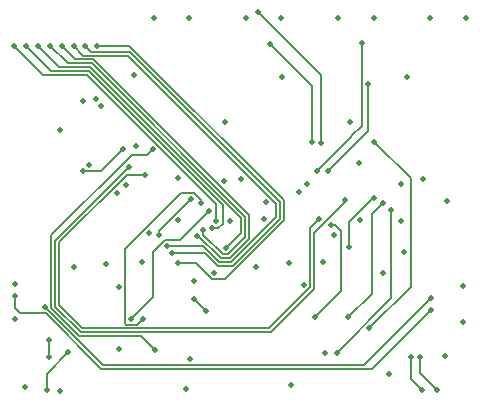
<source format=gbr>
%TF.GenerationSoftware,KiCad,Pcbnew,7.0.8*%
%TF.CreationDate,2023-12-04T13:14:00+00:00*%
%TF.ProjectId,tundraIOExpansion,74756e64-7261-4494-9f45-7870616e7369,rev?*%
%TF.SameCoordinates,Original*%
%TF.FileFunction,Copper,L4,Bot*%
%TF.FilePolarity,Positive*%
%FSLAX46Y46*%
G04 Gerber Fmt 4.6, Leading zero omitted, Abs format (unit mm)*
G04 Created by KiCad (PCBNEW 7.0.8) date 2023-12-04 13:14:00*
%MOMM*%
%LPD*%
G01*
G04 APERTURE LIST*
%TA.AperFunction,ViaPad*%
%ADD10C,0.500000*%
%TD*%
%TA.AperFunction,Conductor*%
%ADD11C,0.127000*%
%TD*%
G04 APERTURE END LIST*
D10*
%TO.N,+3V3*%
X147260000Y-60910000D03*
X136790000Y-82470000D03*
X130130000Y-71737500D03*
X142550000Y-65850000D03*
X151080000Y-82460000D03*
X119890000Y-86400000D03*
X130640862Y-81531776D03*
X139460000Y-60910000D03*
X157860000Y-83600000D03*
X127196222Y-68294995D03*
X129290000Y-74980000D03*
X137572700Y-74697300D03*
X138088344Y-78093512D03*
X131660000Y-60900000D03*
X123700000Y-70370000D03*
X152557004Y-74947004D03*
X126160000Y-73310000D03*
X149000000Y-73123624D03*
X153100000Y-65840000D03*
X155050000Y-60880000D03*
X156300000Y-89530000D03*
X141120000Y-76420000D03*
X144620000Y-74910000D03*
X133680000Y-74410000D03*
X145970000Y-81520000D03*
X143230000Y-91910000D03*
X120710000Y-92100000D03*
X156480000Y-76390000D03*
X152560000Y-78080000D03*
%TO.N,GND*%
X131250000Y-79070000D03*
X135040000Y-83180000D03*
X124870000Y-81990000D03*
X119880000Y-83400000D03*
X125683500Y-67910000D03*
X133733572Y-77996416D03*
X150260000Y-60910000D03*
X152870000Y-80650000D03*
X127638858Y-81663223D03*
X126729207Y-67774225D03*
X128710000Y-88930000D03*
X154440000Y-74510000D03*
X134670000Y-60880000D03*
X157850000Y-86610000D03*
X128580000Y-75670000D03*
X139070000Y-74470000D03*
X148240000Y-69660000D03*
X140970000Y-77870000D03*
X149090000Y-77970000D03*
X123670000Y-92490000D03*
X158050000Y-60880000D03*
X144370000Y-83470000D03*
X142450000Y-60900000D03*
X143058858Y-81583223D03*
X143940000Y-75610000D03*
X134680000Y-89760000D03*
X146880000Y-79260000D03*
X129970000Y-65670000D03*
X137680000Y-69670000D03*
X146140000Y-89200000D03*
X140301142Y-81936777D03*
X128677000Y-83660000D03*
X151580000Y-91030000D03*
X134400000Y-92270000D03*
%TO.N,Net-(U1-VREG_VOUT)*%
X150300000Y-76150000D03*
X148170000Y-80260000D03*
%TO.N,D12-MI_MISO*%
X136072746Y-85702746D03*
X135030000Y-84670000D03*
%TO.N,D11-MI_MOSI*%
X145270000Y-86230000D03*
X146621520Y-78408481D03*
%TO.N,Net-(J3-~{RESET})*%
X124410000Y-89190000D03*
X122620000Y-92400000D03*
%TO.N,Net-(J3-SWCLK)*%
X122810000Y-88140000D03*
X122810000Y-89610000D03*
%TO.N,Net-(J2-SWDIO)*%
X154190000Y-89560000D03*
X155630000Y-92350000D03*
%TO.N,Net-(J2-SWCLK)*%
X154390000Y-92350000D03*
X153430000Y-89580000D03*
%TO.N,Net-(U1-USB_DM)*%
X151700000Y-77170000D03*
X147130000Y-89210000D03*
%TO.N,Net-(U1-USB_DP)*%
X148120000Y-86220000D03*
X151090000Y-76500000D03*
%TO.N,Net-(USB1-Pin_4)*%
X149902746Y-87162746D03*
X150320000Y-71350000D03*
%TO.N,Net-(U5-USB_DM)*%
X136323976Y-77208064D03*
X129730000Y-86323000D03*
%TO.N,Net-(U5-USB_DP)*%
X135680979Y-76565068D03*
X130725434Y-86319997D03*
%TO.N,Net-(FINGER1-Pin_2)*%
X141450000Y-63080000D03*
X145027827Y-71367120D03*
%TO.N,Net-(FINGER1-Pin_3)*%
X140460000Y-60380000D03*
X145809392Y-71426843D03*
%TO.N,Net-(FINGER3-Pin_2)*%
X145500000Y-73790000D03*
X149260000Y-63030000D03*
%TO.N,Net-(FINGER3-Pin_3)*%
X146400000Y-73800000D03*
X149760000Y-66460000D03*
%TO.N,Net-(FINGER5L1-Pin_2)*%
X125665779Y-73805025D03*
X155160000Y-85590000D03*
X119870000Y-84400000D03*
X129050000Y-71950000D03*
%TO.N,Net-(FINGER5L1-Pin_3)*%
X155140000Y-84610000D03*
X122440000Y-85380000D03*
%TO.N,INTER_RP2040_UART_TX1*%
X147800000Y-76300000D03*
X129520000Y-73500000D03*
%TO.N,INTER_RP2040_UART_RX1*%
X145612254Y-77912254D03*
X130872745Y-74127253D03*
%TO.N,Net-(FingerAux1-Pin_1)*%
X126860000Y-63220000D03*
X133734409Y-81602529D03*
%TO.N,Net-(FingerAux1-Pin_2)*%
X125860000Y-63220000D03*
X133164598Y-80788322D03*
%TO.N,Net-(FingerAux1-Pin_3)*%
X124860000Y-63240000D03*
X132790000Y-80180000D03*
%TO.N,Net-(FingerAux1-Pin_4)*%
X135339786Y-79313989D03*
X123860000Y-63240000D03*
%TO.N,Net-(FingerAux1-Pin_5)*%
X135850000Y-78835465D03*
X122860000Y-63220000D03*
%TO.N,Net-(FingerAux1-Pin_6)*%
X121850000Y-63230000D03*
X137728853Y-80361853D03*
%TO.N,Net-(FingerAux1-Pin_7)*%
X136588221Y-78682524D03*
X120840000Y-63260000D03*
%TO.N,Net-(FingerAux1-Pin_8)*%
X119850000Y-63260000D03*
X136960000Y-78090000D03*
%TO.N,Net-(U5-VREG_VOUT)*%
X134819689Y-76184101D03*
X132064362Y-79225638D03*
%TO.N,Net-(USB2-Pin_4)*%
X131547312Y-71972688D03*
X131740000Y-88970000D03*
%TD*%
D11*
%TO.N,Net-(U1-VREG_VOUT)*%
X150183801Y-76150000D02*
X150300000Y-76150000D01*
X148170000Y-80260000D02*
X148170000Y-78163801D01*
X148170000Y-78163801D02*
X150183801Y-76150000D01*
%TO.N,D12-MI_MISO*%
X135030000Y-84670000D02*
X135040000Y-84670000D01*
X135040000Y-84670000D02*
X136072746Y-85702746D01*
%TO.N,D11-MI_MOSI*%
X145290000Y-86230000D02*
X147500000Y-84020000D01*
X145270000Y-86230000D02*
X145290000Y-86230000D01*
X147500000Y-84020000D02*
X147500000Y-78930000D01*
X147500000Y-78930000D02*
X146978481Y-78408481D01*
X146978481Y-78408481D02*
X146621520Y-78408481D01*
%TO.N,Net-(J3-~{RESET})*%
X124410000Y-89190000D02*
X122620000Y-90980000D01*
X122620000Y-90980000D02*
X122620000Y-92400000D01*
%TO.N,Net-(J3-SWCLK)*%
X122810000Y-89610000D02*
X122810000Y-88140000D01*
%TO.N,Net-(J2-SWDIO)*%
X154190000Y-89560000D02*
X154190000Y-90910000D01*
X154190000Y-90910000D02*
X155630000Y-92350000D01*
%TO.N,Net-(J2-SWCLK)*%
X153430000Y-91400000D02*
X154380000Y-92350000D01*
X153430000Y-89580000D02*
X153430000Y-91400000D01*
X154380000Y-92350000D02*
X154390000Y-92350000D01*
%TO.N,Net-(U1-USB_DM)*%
X151745726Y-84594274D02*
X147130000Y-89210000D01*
X151700000Y-77170000D02*
X151745726Y-77215726D01*
X151745726Y-77215726D02*
X151745726Y-84594274D01*
%TO.N,Net-(U1-USB_DP)*%
X150110000Y-77480000D02*
X150110000Y-84230000D01*
X151090000Y-76500000D02*
X150110000Y-77480000D01*
X150110000Y-84230000D02*
X148120000Y-86220000D01*
%TO.N,Net-(USB1-Pin_4)*%
X153390000Y-74420000D02*
X150320000Y-71350000D01*
X153390000Y-83675492D02*
X153390000Y-74420000D01*
X149902746Y-87162746D02*
X153390000Y-83675492D01*
%TO.N,Net-(U5-USB_DM)*%
X131560000Y-80683801D02*
X131560000Y-84493000D01*
X132577301Y-79666500D02*
X131560000Y-80683801D01*
X132577301Y-79666500D02*
X133865540Y-79666500D01*
X133865540Y-79666500D02*
X136323976Y-77208064D01*
X131560000Y-84493000D02*
X129730000Y-86323000D01*
%TO.N,Net-(U5-USB_DP)*%
X133923200Y-75670601D02*
X129190000Y-80403801D01*
X135680979Y-76319192D02*
X135032388Y-75670601D01*
X135680979Y-76565068D02*
X135680979Y-76319192D01*
X130208931Y-86836500D02*
X130725434Y-86319997D01*
X129190000Y-80403801D02*
X129190000Y-86700000D01*
X135032388Y-75670601D02*
X133923200Y-75670601D01*
X129326500Y-86836500D02*
X130208931Y-86836500D01*
X129190000Y-86700000D02*
X129326500Y-86836500D01*
%TO.N,Net-(FINGER1-Pin_2)*%
X145027827Y-71367120D02*
X145030000Y-71364947D01*
X141460000Y-63080000D02*
X141450000Y-63080000D01*
X145030000Y-66650000D02*
X141460000Y-63080000D01*
X145030000Y-71364947D02*
X145030000Y-66650000D01*
%TO.N,Net-(FINGER1-Pin_3)*%
X145809392Y-71426843D02*
X145800000Y-71417451D01*
X145800000Y-65720000D02*
X140460000Y-60380000D01*
X145800000Y-71417451D02*
X145800000Y-65720000D01*
%TO.N,Net-(FINGER3-Pin_2)*%
X148380000Y-70910000D02*
X145500000Y-73790000D01*
X149240000Y-63050000D02*
X149240000Y-70040000D01*
X149260000Y-63030000D02*
X149240000Y-63050000D01*
X148380000Y-70900000D02*
X148380000Y-70910000D01*
X149240000Y-70040000D02*
X148380000Y-70900000D01*
%TO.N,Net-(FINGER3-Pin_3)*%
X149779588Y-66479588D02*
X149760000Y-66460000D01*
X146400000Y-73800000D02*
X149779588Y-70420412D01*
X149779588Y-70420412D02*
X149779588Y-66479588D01*
%TO.N,Net-(FINGER5L1-Pin_2)*%
X122491052Y-85893500D02*
X120353500Y-85893500D01*
X150149500Y-90600500D02*
X127198052Y-90600500D01*
X129050000Y-71950000D02*
X127176500Y-73823500D01*
X119870000Y-85410000D02*
X119870000Y-84400000D01*
X120353500Y-85893500D02*
X119870000Y-85410000D01*
X127176500Y-73823500D02*
X125684254Y-73823500D01*
X127198052Y-90600500D02*
X122491052Y-85893500D01*
X155160000Y-85590000D02*
X150149500Y-90600500D01*
X125684254Y-73823500D02*
X125665779Y-73805025D01*
%TO.N,Net-(FINGER5L1-Pin_3)*%
X155140000Y-84610000D02*
X149476500Y-90273500D01*
X127333500Y-90273500D02*
X122440000Y-85380000D01*
X149476500Y-90273500D02*
X127333500Y-90273500D01*
%TO.N,INTER_RP2040_UART_TX1*%
X145210000Y-79040000D02*
X145210000Y-83822448D01*
X123297000Y-85312104D02*
X123297000Y-79730552D01*
X123297000Y-79730552D02*
X129520000Y-73507552D01*
X125475396Y-87490500D02*
X123297000Y-85312104D01*
X145210000Y-83822448D02*
X141541948Y-87490500D01*
X147800000Y-76450000D02*
X145210000Y-79040000D01*
X129520000Y-73507552D02*
X129520000Y-73500000D01*
X141541948Y-87490500D02*
X125475396Y-87490500D01*
X147800000Y-76300000D02*
X147800000Y-76450000D01*
%TO.N,INTER_RP2040_UART_RX1*%
X129360000Y-74130000D02*
X123624000Y-79866000D01*
X123624000Y-79866000D02*
X123624000Y-85176656D01*
X130872745Y-74127253D02*
X130869998Y-74130000D01*
X144883500Y-78641008D02*
X145612254Y-77912254D01*
X141406500Y-87163500D02*
X144883500Y-83686500D01*
X144883500Y-83686500D02*
X144883500Y-78641008D01*
X125610844Y-87163500D02*
X141406500Y-87163500D01*
X123624000Y-85176656D02*
X125610844Y-87163500D01*
X130869998Y-74130000D02*
X129360000Y-74130000D01*
%TO.N,Net-(FingerAux1-Pin_1)*%
X135196330Y-81602529D02*
X136583801Y-82990000D01*
X136583801Y-82990000D02*
X137690000Y-82990000D01*
X133734409Y-81602529D02*
X135196330Y-81602529D01*
X142660500Y-78019500D02*
X142660500Y-76309405D01*
X142660500Y-76309405D02*
X129571095Y-63220000D01*
X137690000Y-82990000D02*
X142660500Y-78019500D01*
X129571095Y-63220000D02*
X126860000Y-63220000D01*
%TO.N,Net-(FingerAux1-Pin_2)*%
X133166276Y-80790000D02*
X135967552Y-80790000D01*
X138340552Y-81877000D02*
X142333500Y-77884052D01*
X135967552Y-80790000D02*
X137054552Y-81877000D01*
X129622147Y-63733500D02*
X126373500Y-63733500D01*
X142333500Y-76444853D02*
X129622147Y-63733500D01*
X133164598Y-80788322D02*
X133166276Y-80790000D01*
X142333500Y-77884052D02*
X142333500Y-76444853D01*
X126373500Y-63733500D02*
X125860000Y-63220000D01*
X137054552Y-81877000D02*
X138340552Y-81877000D01*
%TO.N,Net-(FingerAux1-Pin_3)*%
X142006500Y-76580301D02*
X142006500Y-77748604D01*
X137190000Y-81550000D02*
X135820000Y-80180000D01*
X124860000Y-63240000D02*
X125680500Y-64060500D01*
X142006500Y-77748604D02*
X138205104Y-81550000D01*
X125680500Y-64060500D02*
X129486699Y-64060500D01*
X129486699Y-64060500D02*
X142006500Y-76580301D01*
X135820000Y-80180000D02*
X132790000Y-80180000D01*
X138205104Y-81550000D02*
X137190000Y-81550000D01*
%TO.N,Net-(FingerAux1-Pin_4)*%
X138069656Y-81223000D02*
X139700000Y-79592656D01*
X139700000Y-77550092D02*
X126537408Y-64387500D01*
X135339786Y-79313989D02*
X135416437Y-79313989D01*
X135416437Y-79313989D02*
X137325448Y-81223000D01*
X125007500Y-64387500D02*
X123860000Y-63240000D01*
X137325448Y-81223000D02*
X138069656Y-81223000D01*
X126537408Y-64387500D02*
X125007500Y-64387500D01*
X139700000Y-79592656D02*
X139700000Y-77550092D01*
%TO.N,Net-(FingerAux1-Pin_5)*%
X137506000Y-80896000D02*
X137920199Y-80896000D01*
X135850000Y-78835465D02*
X135850000Y-79240000D01*
X139373000Y-77685540D02*
X126401960Y-64714500D01*
X126401960Y-64714500D02*
X124354500Y-64714500D01*
X139373000Y-79443199D02*
X139373000Y-77685540D01*
X124354500Y-64714500D02*
X122860000Y-63220000D01*
X137920199Y-80896000D02*
X139373000Y-79443199D01*
X135850000Y-79240000D02*
X137506000Y-80896000D01*
%TO.N,Net-(FingerAux1-Pin_6)*%
X123661500Y-65041500D02*
X126266512Y-65041500D01*
X139046000Y-79044706D02*
X137728853Y-80361853D01*
X139046000Y-77820988D02*
X139046000Y-79044706D01*
X126266512Y-65041500D02*
X139046000Y-77820988D01*
X121850000Y-63230000D02*
X123661500Y-65041500D01*
%TO.N,Net-(FingerAux1-Pin_7)*%
X137473500Y-78302699D02*
X137473500Y-76710936D01*
X137093675Y-78682524D02*
X137473500Y-78302699D01*
X122948500Y-65368500D02*
X120840000Y-63260000D01*
X137473500Y-76710936D02*
X126131064Y-65368500D01*
X136588221Y-78682524D02*
X137093675Y-78682524D01*
X126131064Y-65368500D02*
X122948500Y-65368500D01*
%TO.N,Net-(FingerAux1-Pin_8)*%
X122285500Y-65695500D02*
X119850000Y-63260000D01*
X125995616Y-65695500D02*
X122285500Y-65695500D01*
X136960000Y-76659884D02*
X125995616Y-65695500D01*
X136960000Y-78090000D02*
X136960000Y-76659884D01*
%TO.N,Net-(U5-VREG_VOUT)*%
X134819689Y-76184101D02*
X132064362Y-78939428D01*
X132064362Y-78939428D02*
X132064362Y-79225638D01*
%TO.N,Net-(USB2-Pin_4)*%
X122970000Y-85447552D02*
X122970000Y-79270000D01*
X131056500Y-72463500D02*
X131547312Y-71972688D01*
X125339948Y-87817500D02*
X122970000Y-85447552D01*
X130587500Y-87817500D02*
X125339948Y-87817500D01*
X129776500Y-72463500D02*
X131056500Y-72463500D01*
X131740000Y-88970000D02*
X130587500Y-87817500D01*
X122970000Y-79270000D02*
X129776500Y-72463500D01*
%TD*%
M02*

</source>
